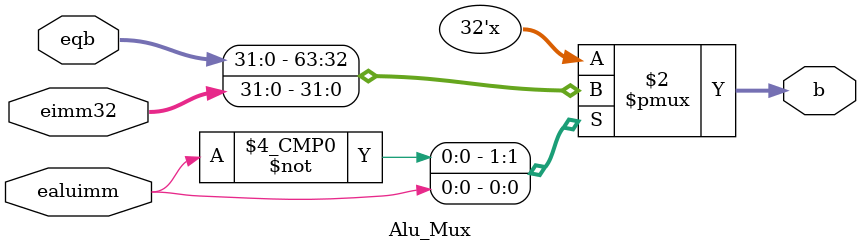
<source format=v>
`timescale 1ns / 1ps


module Alu_Mux(
ealuimm, 
eqb, 
eimm32, 
b
    );
    
    input ealuimm;
    input[31:0] eqb;
    input[31:0] eimm32;
    output[31:0] b;
    reg[31:0] b;

    always @(*) begin
        case(ealuimm)
            1'b0:
                begin
                    b = eqb; 
                end
            1'b1:
                begin
                    b = eimm32;
                end
        endcase
     end

endmodule

</source>
